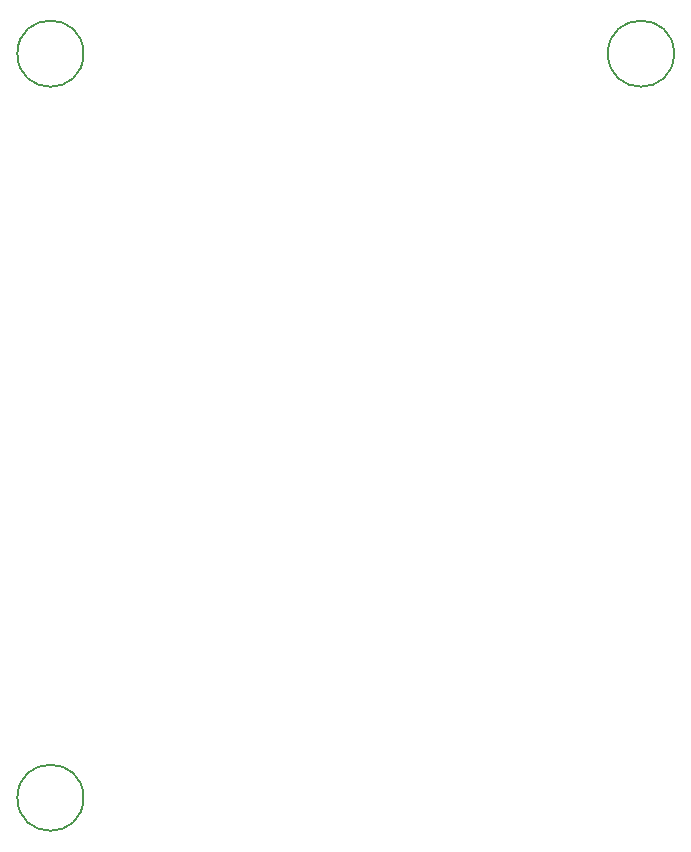
<source format=gbr>
G04 #@! TF.GenerationSoftware,KiCad,Pcbnew,9.0.1+1*
G04 #@! TF.CreationDate,2025-09-08T09:23:55+00:00*
G04 #@! TF.ProjectId,c64psu,63363470-7375-42e6-9b69-6361645f7063,rev?*
G04 #@! TF.SameCoordinates,Original*
G04 #@! TF.FileFunction,Other,Comment*
%FSLAX46Y46*%
G04 Gerber Fmt 4.6, Leading zero omitted, Abs format (unit mm)*
G04 Created by KiCad (PCBNEW 9.0.1+1) date 2025-09-08 09:23:55*
%MOMM*%
%LPD*%
G01*
G04 APERTURE LIST*
%ADD10C,0.150000*%
G04 APERTURE END LIST*
D10*
X192800000Y-42000000D02*
G75*
G02*
X187200000Y-42000000I-2800000J0D01*
G01*
X187200000Y-42000000D02*
G75*
G02*
X192800000Y-42000000I2800000J0D01*
G01*
X142800000Y-105000000D02*
G75*
G02*
X137200000Y-105000000I-2800000J0D01*
G01*
X137200000Y-105000000D02*
G75*
G02*
X142800000Y-105000000I2800000J0D01*
G01*
X142800000Y-42000000D02*
G75*
G02*
X137200000Y-42000000I-2800000J0D01*
G01*
X137200000Y-42000000D02*
G75*
G02*
X142800000Y-42000000I2800000J0D01*
G01*
M02*

</source>
